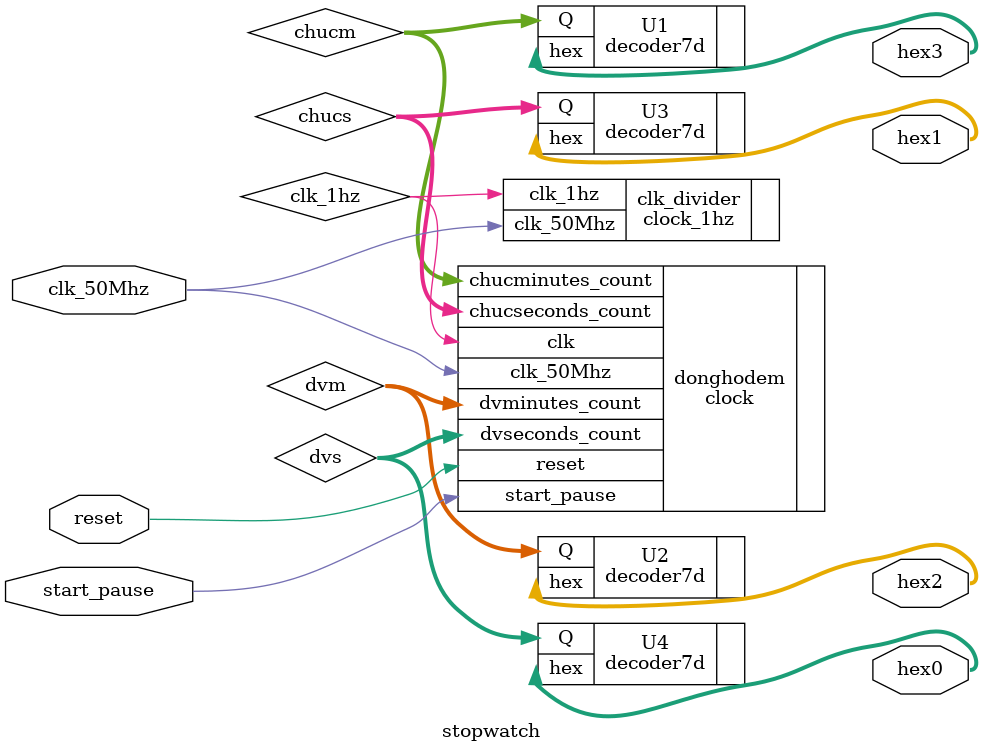
<source format=v>
module stopwatch(
  input clk_50Mhz,
  input reset,// key0
  input start_pause,// key1
  output [0:6] hex0, hex1, hex2, hex3
);
  wire clk_1hz;
  clock_1hz clk_divider(.clk_50Mhz(clk_50Mhz),  .clk_1hz(clk_1hz));
  
  wire[3:0] dvs,chucs,dvm,chucm;
  clock donghodem (.clk(clk_1hz), .clk_50Mhz(clk_50Mhz), .reset(reset), .start_pause(start_pause), .dvseconds_count(dvs), .chucseconds_count(chucs), .dvminutes_count(dvm), .chucminutes_count(chucm));
  
  decoder7d U1(.Q(chucm), .hex(hex3));
  decoder7d U2(.Q(dvm), .hex(hex2));
  decoder7d U3(.Q(chucs), .hex(hex1));
  decoder7d U4(.Q(dvs), .hex(hex0));
  
endmodule

</source>
